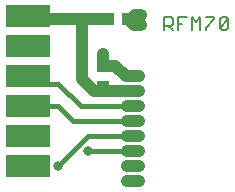
<source format=gtl>
G75*
%MOIN*%
%OFA0B0*%
%FSLAX25Y25*%
%IPPOS*%
%LPD*%
%AMOC8*
5,1,8,0,0,1.08239X$1,22.5*
%
%ADD10C,0.00800*%
%ADD11R,0.04134X0.04252*%
%ADD12R,0.04252X0.04134*%
%ADD13R,0.15000X0.07600*%
%ADD14C,0.04159*%
%ADD15C,0.03175*%
%ADD16C,0.04000*%
%ADD17C,0.01600*%
D10*
X0065900Y0062200D02*
X0065900Y0066404D01*
X0068002Y0066404D01*
X0068702Y0065703D01*
X0068702Y0064302D01*
X0068002Y0063601D01*
X0065900Y0063601D01*
X0067301Y0063601D02*
X0068702Y0062200D01*
X0070504Y0062200D02*
X0070504Y0066404D01*
X0073306Y0066404D01*
X0075108Y0066404D02*
X0076509Y0065002D01*
X0077910Y0066404D01*
X0077910Y0062200D01*
X0079712Y0062200D02*
X0079712Y0062901D01*
X0082514Y0065703D01*
X0082514Y0066404D01*
X0079712Y0066404D01*
X0075108Y0066404D02*
X0075108Y0062200D01*
X0071905Y0064302D02*
X0070504Y0064302D01*
X0084316Y0062901D02*
X0084316Y0065703D01*
X0085016Y0066404D01*
X0086417Y0066404D01*
X0087118Y0065703D01*
X0084316Y0062901D01*
X0085016Y0062200D01*
X0086417Y0062200D01*
X0087118Y0062901D01*
X0087118Y0065703D01*
D11*
X0053945Y0065800D03*
X0047055Y0065800D03*
D12*
X0045500Y0050245D03*
X0045500Y0043355D03*
D13*
X0020500Y0016800D03*
X0020500Y0026800D03*
X0020500Y0036800D03*
X0020500Y0046800D03*
X0020500Y0056800D03*
X0020500Y0066800D03*
D14*
X0053420Y0046800D02*
X0057580Y0046800D01*
X0057580Y0041800D02*
X0053420Y0041800D01*
X0053420Y0036800D02*
X0057580Y0036800D01*
X0057580Y0031800D02*
X0053420Y0031800D01*
X0053420Y0026800D02*
X0057580Y0026800D01*
X0057580Y0021800D02*
X0053420Y0021800D01*
X0053420Y0016800D02*
X0057580Y0016800D01*
X0057580Y0011800D02*
X0053420Y0011800D01*
D15*
X0040500Y0021800D03*
X0030500Y0016800D03*
X0045500Y0054300D03*
X0058000Y0063800D03*
X0058000Y0067300D03*
D16*
X0056000Y0067300D01*
X0054500Y0065800D01*
X0053945Y0065800D02*
X0055945Y0063800D01*
X0058000Y0063800D01*
X0047055Y0065800D02*
X0037500Y0065800D01*
X0038500Y0064800D01*
X0038500Y0045800D01*
X0042500Y0041800D01*
X0045500Y0041800D01*
X0045500Y0043355D01*
X0045500Y0041800D02*
X0055500Y0041800D01*
X0055500Y0046800D02*
X0053000Y0046800D01*
X0049500Y0050300D01*
X0045555Y0050300D01*
X0045500Y0050245D01*
X0045500Y0051800D02*
X0045500Y0054300D01*
X0037500Y0065800D02*
X0021500Y0065800D01*
X0020500Y0066800D01*
D17*
X0020500Y0046800D02*
X0023000Y0044300D01*
X0030500Y0044300D01*
X0038000Y0036800D01*
X0055500Y0036800D01*
X0055500Y0031800D02*
X0035500Y0031800D01*
X0030500Y0036800D01*
X0020500Y0036800D01*
X0040500Y0026800D02*
X0030500Y0016800D01*
X0040500Y0021800D02*
X0055500Y0021800D01*
X0055500Y0026800D02*
X0040500Y0026800D01*
M02*

</source>
